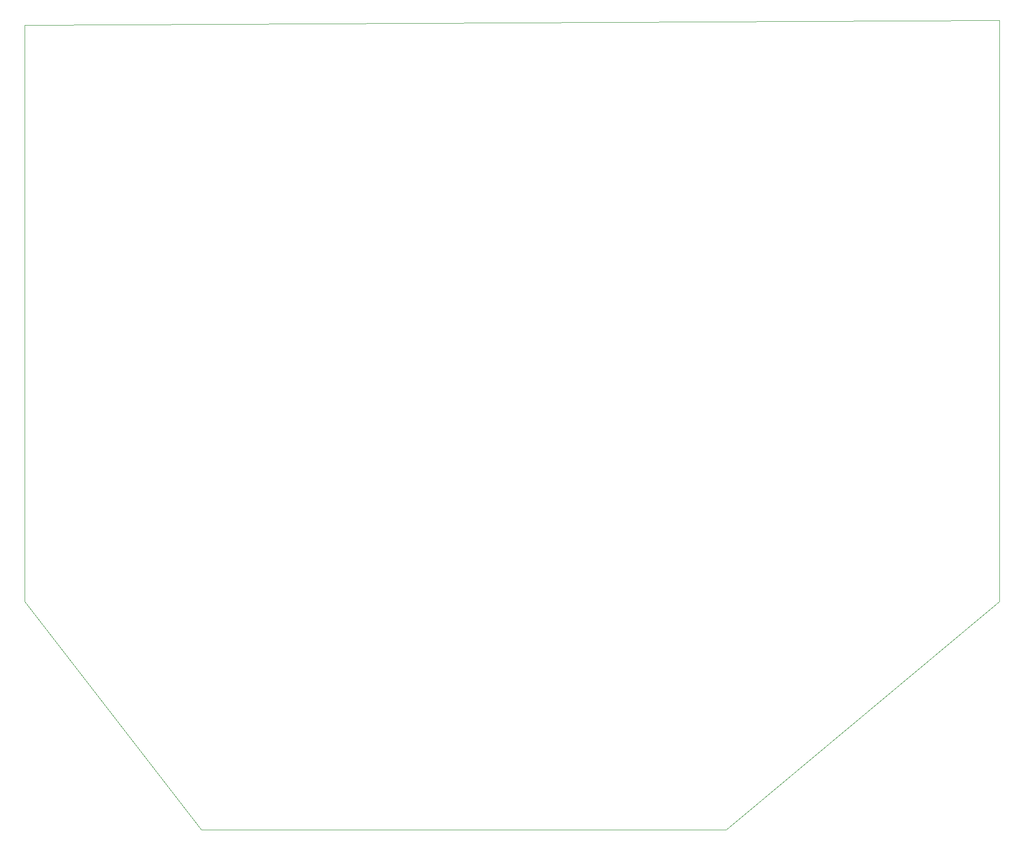
<source format=gbr>
%TF.GenerationSoftware,KiCad,Pcbnew,9.0.6*%
%TF.CreationDate,2026-01-10T21:08:18+05:30*%
%TF.ProjectId,pcb,7063622e-6b69-4636-9164-5f7063625858,rev?*%
%TF.SameCoordinates,Original*%
%TF.FileFunction,Profile,NP*%
%FSLAX46Y46*%
G04 Gerber Fmt 4.6, Leading zero omitted, Abs format (unit mm)*
G04 Created by KiCad (PCBNEW 9.0.6) date 2026-01-10 21:08:18*
%MOMM*%
%LPD*%
G01*
G04 APERTURE LIST*
%TA.AperFunction,Profile*%
%ADD10C,0.050000*%
%TD*%
G04 APERTURE END LIST*
D10*
X220000000Y-120000000D02*
X220000000Y-18000000D01*
X80000000Y-160000000D02*
X172000000Y-160000000D01*
X220000000Y-18000000D02*
X49000000Y-18865000D01*
X172000000Y-160000000D02*
X220000000Y-120000000D01*
X49000000Y-18865000D02*
X49000000Y-120000000D01*
X80000000Y-160000000D02*
X49000000Y-120000000D01*
M02*

</source>
